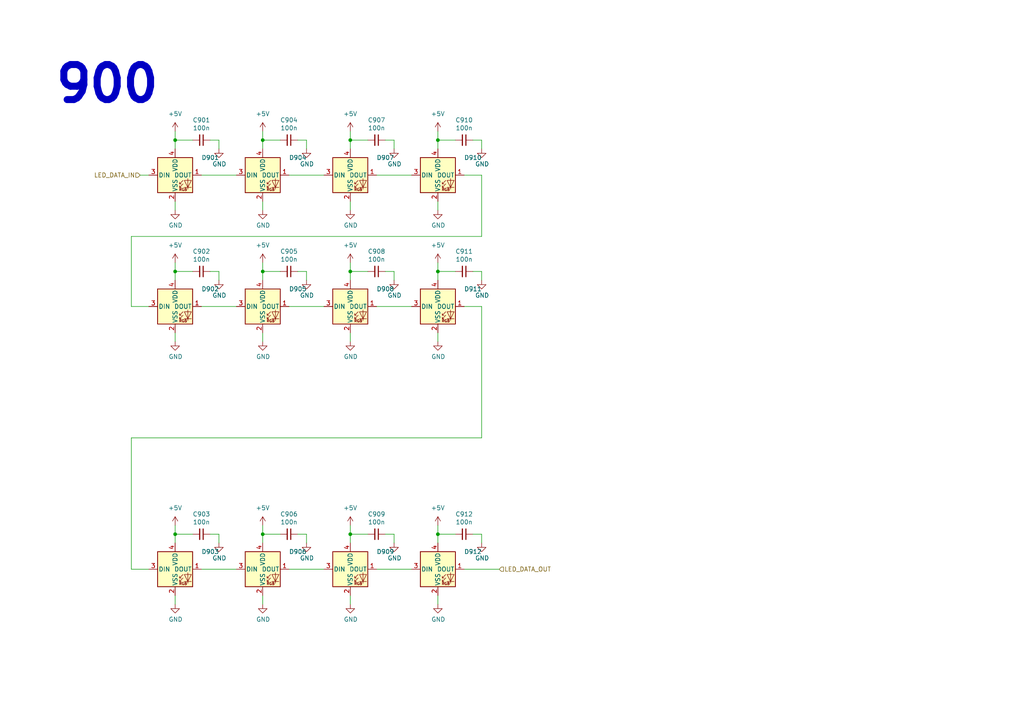
<source format=kicad_sch>
(kicad_sch (version 20231120) (generator "eeschema") (generator_version "8.0")
  (paper "A4")
  (lib_symbols
    (symbol "power:+5V" (power) (pin_names (offset 0))
      (property "Value" "+5V" (at 0 3.556 0))
      (symbol "+5V_0_1"
        (polyline (pts (xy -0.762 1.27) (xy 0 2.54)))
        (polyline (pts (xy 0 0) (xy 0 2.54)))
        (polyline (pts (xy 0 2.54) (xy 0.762 1.27)))
      )
      (symbol "+5V_1_1"
        (pin power_in line (at 0 0 90) (length 0) hide (name "+5V") (number "1"))
      )
    )
    (symbol "power:GND" (power) (pin_names (offset 0))
      (property "Value" "GND" (at 0 -3.81 0))
      (symbol "GND_0_1"
        (polyline (pts (xy 0 0) (xy 0 -1.27) (xy 1.27 -1.27) (xy 0 -2.54) (xy -1.27 -1.27) (xy 0 -1.27)))
      )
      (symbol "GND_1_1"
        (pin power_in line (at 0 0 270) (length 0) hide (name "GND") (number "1"))
      )
    )
    (symbol "suku_basics:CAP" (pin_numbers hide) (pin_names (offset 0.254) hide)
      (property "Reference" "C" (at 0.254 1.778 0))
      (property "Value" "CAP" (at 0.254 -2.032 0))
      (symbol "CAP_0_1"
        (polyline (pts (xy -1.524 -0.508) (xy 1.524 -0.508)) (stroke (width 0.3302)))
        (polyline (pts (xy -1.524 0.508) (xy 1.524 0.508)) (stroke (width 0.3048)))
      )
      (symbol "CAP_1_1"
        (pin passive line (at 0 2.54 270) (length 2.032) (name "~") (number "1"))
        (pin passive line (at 0 -2.54 90) (length 2.032) (name "~") (number "2"))
      )
    )
    (symbol "suku_basics:UI_WS2812C-2020" (pin_names (offset 0.254))
      (property "Reference" "D" (at 5.08 5.715 0))
      (property "Value" "UI_WS2812C-2020" (at 1.27 -5.715 0))
      (symbol "UI_WS2812C-2020_0_0"
        (text "RGB" (at 2.286 -4.191 0) (effects (font (size 0.762 0.762))))
      )
      (symbol "UI_WS2812C-2020_0_1"
        (polyline (pts (xy 1.27 -3.556) (xy 1.778 -3.556)))
        (polyline (pts (xy 1.27 -2.54) (xy 1.778 -2.54)))
        (polyline (pts (xy 4.699 -3.556) (xy 2.667 -3.556)))
        (polyline (pts (xy 2.286 -2.54) (xy 1.27 -3.556) (xy 1.27 -3.048)))
        (polyline (pts (xy 2.286 -1.524) (xy 1.27 -2.54) (xy 1.27 -2.032)))
        (polyline (pts (xy 3.683 -1.016) (xy 3.683 -3.556) (xy 3.683 -4.064)))
        (polyline (pts (xy 4.699 -1.524) (xy 2.667 -1.524) (xy 3.683 -3.556) (xy 4.699 -1.524)))
        (rectangle (start 5.08 5.08) (end -5.08 -5.08) (stroke (width 0.254)) (fill (type background)))
      )
      (symbol "UI_WS2812C-2020_1_1"
        (pin output line (at 7.62 0 180) (length 2.54) (name "DOUT") (number "1"))
        (pin power_in line (at 0 -7.62 90) (length 2.54) (name "VSS") (number "2"))
        (pin input line (at -7.62 0 0) (length 2.54) (name "DIN") (number "3"))
        (pin power_in line (at 0 7.62 270) (length 2.54) (name "VDD") (number "4"))
      )
    )
  )
  (junction (at 127 40.64))
  (junction (at 101.6 154.94))
  (junction (at 76.2 154.94))
  (junction (at 76.2 78.74))
  (junction (at 101.6 78.74))
  (junction (at 50.8 40.64))
  (junction (at 127 154.94))
  (junction (at 127 78.74))
  (junction (at 101.6 40.64))
  (junction (at 50.8 78.74))
  (junction (at 50.8 154.94))
  (junction (at 76.2 40.64))
  (wire (pts (xy 81.28 40.64) (xy 76.2 40.64)))
  (wire (pts (xy 127 81.28) (xy 127 78.74)))
  (wire (pts (xy 114.3 40.64) (xy 111.76 40.64)))
  (wire (pts (xy 114.3 78.74) (xy 111.76 78.74)))
  (wire (pts (xy 63.5 78.74) (xy 60.96 78.74)))
  (wire (pts (xy 63.5 81.28) (xy 63.5 78.74)))
  (wire (pts (xy 50.8 40.64) (xy 50.8 38.1)))
  (wire (pts (xy 76.2 157.48) (xy 76.2 154.94)))
  (wire (pts (xy 114.3 157.48) (xy 114.3 154.94)))
  (wire (pts (xy 76.2 60.96) (xy 76.2 58.42)))
  (wire (pts (xy 88.9 154.94) (xy 86.36 154.94)))
  (wire (pts (xy 50.8 60.96) (xy 50.8 58.42)))
  (wire (pts (xy 38.1 68.58) (xy 38.1 88.9)))
  (wire (pts (xy 81.28 154.94) (xy 76.2 154.94)))
  (wire (pts (xy 76.2 40.64) (xy 76.2 38.1)))
  (wire (pts (xy 38.1 165.1) (xy 43.18 165.1)))
  (wire (pts (xy 63.5 40.64) (xy 60.96 40.64)))
  (wire (pts (xy 114.3 154.94) (xy 111.76 154.94)))
  (wire (pts (xy 127 78.74) (xy 127 76.2)))
  (wire (pts (xy 58.42 165.1) (xy 68.58 165.1)))
  (wire (pts (xy 114.3 43.18) (xy 114.3 40.64)))
  (wire (pts (xy 101.6 175.26) (xy 101.6 172.72)))
  (wire (pts (xy 63.5 43.18) (xy 63.5 40.64)))
  (wire (pts (xy 76.2 76.2) (xy 76.2 78.74)))
  (wire (pts (xy 101.6 43.18) (xy 101.6 40.64)))
  (wire (pts (xy 132.08 154.94) (xy 127 154.94)))
  (wire (pts (xy 50.8 81.28) (xy 50.8 78.74)))
  (wire (pts (xy 83.82 165.1) (xy 93.98 165.1)))
  (wire (pts (xy 63.5 154.94) (xy 60.96 154.94)))
  (wire (pts (xy 50.8 157.48) (xy 50.8 154.94)))
  (wire (pts (xy 127 60.96) (xy 127 58.42)))
  (wire (pts (xy 134.62 165.1) (xy 144.78 165.1)))
  (wire (pts (xy 50.8 175.26) (xy 50.8 172.72)))
  (wire (pts (xy 139.7 88.9) (xy 139.7 127)))
  (wire (pts (xy 88.9 43.18) (xy 88.9 40.64)))
  (wire (pts (xy 132.08 78.74) (xy 127 78.74)))
  (wire (pts (xy 38.1 88.9) (xy 43.18 88.9)))
  (wire (pts (xy 88.9 157.48) (xy 88.9 154.94)))
  (wire (pts (xy 76.2 99.06) (xy 76.2 96.52)))
  (wire (pts (xy 101.6 99.06) (xy 101.6 96.52)))
  (wire (pts (xy 40.64 50.8) (xy 43.18 50.8)))
  (wire (pts (xy 50.8 154.94) (xy 50.8 152.4)))
  (wire (pts (xy 127 43.18) (xy 127 40.64)))
  (wire (pts (xy 127 175.26) (xy 127 172.72)))
  (wire (pts (xy 76.2 154.94) (xy 76.2 152.4)))
  (wire (pts (xy 50.8 43.18) (xy 50.8 40.64)))
  (wire (pts (xy 58.42 88.9) (xy 68.58 88.9)))
  (wire (pts (xy 38.1 127) (xy 38.1 165.1)))
  (wire (pts (xy 81.28 78.74) (xy 76.2 78.74)))
  (wire (pts (xy 127 40.64) (xy 127 38.1)))
  (wire (pts (xy 58.42 50.8) (xy 68.58 50.8)))
  (wire (pts (xy 50.8 78.74) (xy 55.88 78.74)))
  (wire (pts (xy 109.22 50.8) (xy 119.38 50.8)))
  (wire (pts (xy 106.68 78.74) (xy 101.6 78.74)))
  (wire (pts (xy 134.62 88.9) (xy 139.7 88.9)))
  (wire (pts (xy 114.3 81.28) (xy 114.3 78.74)))
  (wire (pts (xy 83.82 88.9) (xy 93.98 88.9)))
  (wire (pts (xy 101.6 81.28) (xy 101.6 78.74)))
  (wire (pts (xy 88.9 81.28) (xy 88.9 78.74)))
  (wire (pts (xy 139.7 43.18) (xy 139.7 40.64)))
  (wire (pts (xy 63.5 157.48) (xy 63.5 154.94)))
  (wire (pts (xy 127 99.06) (xy 127 96.52)))
  (wire (pts (xy 101.6 40.64) (xy 101.6 38.1)))
  (wire (pts (xy 88.9 40.64) (xy 86.36 40.64)))
  (wire (pts (xy 139.7 154.94) (xy 137.16 154.94)))
  (wire (pts (xy 139.7 50.8) (xy 139.7 68.58)))
  (wire (pts (xy 139.7 157.48) (xy 139.7 154.94)))
  (wire (pts (xy 101.6 78.74) (xy 101.6 76.2)))
  (wire (pts (xy 127 154.94) (xy 127 152.4)))
  (wire (pts (xy 139.7 40.64) (xy 137.16 40.64)))
  (wire (pts (xy 134.62 50.8) (xy 139.7 50.8)))
  (wire (pts (xy 106.68 40.64) (xy 101.6 40.64)))
  (wire (pts (xy 101.6 154.94) (xy 101.6 152.4)))
  (wire (pts (xy 101.6 60.96) (xy 101.6 58.42)))
  (wire (pts (xy 132.08 40.64) (xy 127 40.64)))
  (wire (pts (xy 139.7 78.74) (xy 137.16 78.74)))
  (wire (pts (xy 76.2 43.18) (xy 76.2 40.64)))
  (wire (pts (xy 139.7 127) (xy 38.1 127)))
  (wire (pts (xy 76.2 175.26) (xy 76.2 172.72)))
  (wire (pts (xy 76.2 81.28) (xy 76.2 78.74)))
  (wire (pts (xy 109.22 165.1) (xy 119.38 165.1)))
  (wire (pts (xy 50.8 78.74) (xy 50.8 76.2)))
  (wire (pts (xy 106.68 154.94) (xy 101.6 154.94)))
  (wire (pts (xy 109.22 88.9) (xy 119.38 88.9)))
  (wire (pts (xy 139.7 68.58) (xy 38.1 68.58)))
  (wire (pts (xy 50.8 99.06) (xy 50.8 96.52)))
  (wire (pts (xy 83.82 50.8) (xy 93.98 50.8)))
  (wire (pts (xy 101.6 157.48) (xy 101.6 154.94)))
  (wire (pts (xy 139.7 81.28) (xy 139.7 78.74)))
  (wire (pts (xy 88.9 78.74) (xy 86.36 78.74)))
  (wire (pts (xy 50.8 154.94) (xy 55.88 154.94)))
  (wire (pts (xy 127 157.48) (xy 127 154.94)))
  (wire (pts (xy 50.8 40.64) (xy 55.88 40.64)))
  (text "900" (at 15.24 30.48 0) (effects (font (size 10.16 10.16) (thickness 2.032) (bold yes)) (justify left bottom)))
  (hierarchical_label "LED_DATA_OUT" (shape input) (at 144.78 165.1 0))
  (hierarchical_label "LED_DATA_IN" (shape input) (at 40.64 50.8 180))
  (symbol (lib_id "suku_basics:UI_WS2812C-2020") (at 50.8 50.8 0) (unit 1)
    (property "Reference" "D901" (at 58.42 45.72 0) (effects (justify left)))
    (property "Value" "WS2812C-2020" (effects (hide yes)))
    (property "Footprint" "suku_basics:UI_WS2812C-2020" (effects (hide yes)))
  )
  (symbol (lib_id "power:GND") (at 50.8 60.96 0) (unit 1)
    (property "Reference" "#PWR0902" (effects (hide yes)))
    (property "Value" "GND" (at 50.927 65.3542 0))
  )
  (symbol (lib_id "suku_basics:UI_WS2812C-2020") (at 76.2 50.8 0) (unit 1)
    (property "Reference" "D904" (at 83.82 45.72 0) (effects (justify left)))
    (property "Value" "WS2812C-2020" (effects (hide yes)))
    (property "Footprint" "suku_basics:UI_WS2812C-2020" (effects (hide yes)))
  )
  (symbol (lib_id "power:GND") (at 76.2 60.96 0) (unit 1)
    (property "Reference" "#PWR0911" (effects (hide yes)))
    (property "Value" "GND" (at 76.327 65.3542 0))
  )
  (symbol (lib_id "suku_basics:UI_WS2812C-2020") (at 101.6 50.8 0) (unit 1)
    (property "Reference" "D907" (at 109.22 45.72 0) (effects (justify left)))
    (property "Value" "WS2812C-2020" (effects (hide yes)))
    (property "Footprint" "suku_basics:UI_WS2812C-2020" (effects (hide yes)))
  )
  (symbol (lib_id "power:GND") (at 101.6 60.96 0) (unit 1)
    (property "Reference" "#PWR0920" (effects (hide yes)))
    (property "Value" "GND" (at 101.727 65.3542 0))
  )
  (symbol (lib_id "suku_basics:UI_WS2812C-2020") (at 127 50.8 0) (unit 1)
    (property "Reference" "D910" (at 134.62 45.72 0) (effects (justify left)))
    (property "Value" "WS2812C-2020" (effects (hide yes)))
    (property "Footprint" "suku_basics:UI_WS2812C-2020" (effects (hide yes)))
  )
  (symbol (lib_id "power:GND") (at 127 60.96 0) (unit 1)
    (property "Reference" "#PWR0929" (effects (hide yes)))
    (property "Value" "GND" (at 127.127 65.3542 0))
  )
  (symbol (lib_id "suku_basics:CAP") (at 58.42 40.64 270) (unit 1)
    (property "Reference" "C901" (at 58.42 34.8234 90))
    (property "Value" "100n" (at 58.42 37.1348 90))
    (property "Footprint" "suku_basics:CAP_0402" (effects (hide yes)))
  )
  (symbol (lib_id "power:GND") (at 63.5 43.18 0) (unit 1)
    (property "Reference" "#PWR0907" (effects (hide yes)))
    (property "Value" "GND" (at 63.627 47.5742 0))
  )
  (symbol (lib_id "suku_basics:CAP") (at 83.82 40.64 270) (unit 1)
    (property "Reference" "C904" (at 83.82 34.8234 90))
    (property "Value" "100n" (at 83.82 37.1348 90))
    (property "Footprint" "suku_basics:CAP_0402" (effects (hide yes)))
  )
  (symbol (lib_id "power:GND") (at 88.9 43.18 0) (unit 1)
    (property "Reference" "#PWR0916" (effects (hide yes)))
    (property "Value" "GND" (at 89.027 47.5742 0))
  )
  (symbol (lib_id "suku_basics:CAP") (at 109.22 40.64 270) (unit 1)
    (property "Reference" "C907" (at 109.22 34.8234 90))
    (property "Value" "100n" (at 109.22 37.1348 90))
    (property "Footprint" "suku_basics:CAP_0402" (effects (hide yes)))
  )
  (symbol (lib_id "power:GND") (at 114.3 43.18 0) (unit 1)
    (property "Reference" "#PWR0925" (effects (hide yes)))
    (property "Value" "GND" (at 114.427 47.5742 0))
  )
  (symbol (lib_id "suku_basics:CAP") (at 134.62 40.64 270) (unit 1)
    (property "Reference" "C910" (at 134.62 34.8234 90))
    (property "Value" "100n" (at 134.62 37.1348 90))
    (property "Footprint" "suku_basics:CAP_0402" (effects (hide yes)))
  )
  (symbol (lib_id "power:GND") (at 139.7 43.18 0) (unit 1)
    (property "Reference" "#PWR0934" (effects (hide yes)))
    (property "Value" "GND" (at 139.827 47.5742 0))
  )
  (symbol (lib_id "suku_basics:UI_WS2812C-2020") (at 50.8 88.9 0) (unit 1)
    (property "Reference" "D902" (at 58.42 83.82 0) (effects (justify left)))
    (property "Value" "WS2812C-2020" (effects (hide yes)))
    (property "Footprint" "suku_basics:UI_WS2812C-2020" (effects (hide yes)))
  )
  (symbol (lib_id "power:GND") (at 50.8 99.06 0) (unit 1)
    (property "Reference" "#PWR0904" (effects (hide yes)))
    (property "Value" "GND" (at 50.927 103.4542 0))
  )
  (symbol (lib_id "suku_basics:UI_WS2812C-2020") (at 76.2 88.9 0) (unit 1)
    (property "Reference" "D905" (at 83.82 83.82 0) (effects (justify left)))
    (property "Value" "WS2812C-2020" (effects (hide yes)))
    (property "Footprint" "suku_basics:UI_WS2812C-2020" (effects (hide yes)))
  )
  (symbol (lib_id "power:GND") (at 76.2 99.06 0) (unit 1)
    (property "Reference" "#PWR0913" (effects (hide yes)))
    (property "Value" "GND" (at 76.327 103.4542 0))
  )
  (symbol (lib_id "suku_basics:UI_WS2812C-2020") (at 101.6 88.9 0) (unit 1)
    (property "Reference" "D908" (at 109.22 83.82 0) (effects (justify left)))
    (property "Value" "WS2812C-2020" (effects (hide yes)))
    (property "Footprint" "suku_basics:UI_WS2812C-2020" (effects (hide yes)))
  )
  (symbol (lib_id "power:GND") (at 101.6 99.06 0) (unit 1)
    (property "Reference" "#PWR0922" (effects (hide yes)))
    (property "Value" "GND" (at 101.727 103.4542 0))
  )
  (symbol (lib_id "suku_basics:UI_WS2812C-2020") (at 127 88.9 0) (unit 1)
    (property "Reference" "D911" (at 134.62 83.82 0) (effects (justify left)))
    (property "Value" "WS2812C-2020" (effects (hide yes)))
    (property "Footprint" "suku_basics:UI_WS2812C-2020" (effects (hide yes)))
  )
  (symbol (lib_id "power:GND") (at 127 99.06 0) (unit 1)
    (property "Reference" "#PWR0931" (effects (hide yes)))
    (property "Value" "GND" (at 127.127 103.4542 0))
  )
  (symbol (lib_id "suku_basics:CAP") (at 58.42 78.74 270) (unit 1)
    (property "Reference" "C902" (at 58.42 72.9234 90))
    (property "Value" "100n" (at 58.42 75.2348 90))
    (property "Footprint" "suku_basics:CAP_0402" (effects (hide yes)))
  )
  (symbol (lib_id "power:GND") (at 63.5 81.28 0) (unit 1)
    (property "Reference" "#PWR0908" (effects (hide yes)))
    (property "Value" "GND" (at 63.627 85.6742 0))
  )
  (symbol (lib_id "suku_basics:CAP") (at 83.82 78.74 270) (unit 1)
    (property "Reference" "C905" (at 83.82 72.9234 90))
    (property "Value" "100n" (at 83.82 75.2348 90))
    (property "Footprint" "suku_basics:CAP_0402" (effects (hide yes)))
  )
  (symbol (lib_id "power:GND") (at 88.9 81.28 0) (unit 1)
    (property "Reference" "#PWR0917" (effects (hide yes)))
    (property "Value" "GND" (at 89.027 85.6742 0))
  )
  (symbol (lib_id "suku_basics:CAP") (at 109.22 78.74 270) (unit 1)
    (property "Reference" "C908" (at 109.22 72.9234 90))
    (property "Value" "100n" (at 109.22 75.2348 90))
    (property "Footprint" "suku_basics:CAP_0402" (effects (hide yes)))
  )
  (symbol (lib_id "power:GND") (at 114.3 81.28 0) (unit 1)
    (property "Reference" "#PWR0926" (effects (hide yes)))
    (property "Value" "GND" (at 114.427 85.6742 0))
  )
  (symbol (lib_id "suku_basics:CAP") (at 134.62 78.74 270) (unit 1)
    (property "Reference" "C911" (at 134.62 72.9234 90))
    (property "Value" "100n" (at 134.62 75.2348 90))
    (property "Footprint" "suku_basics:CAP_0402" (effects (hide yes)))
  )
  (symbol (lib_id "power:GND") (at 139.7 81.28 0) (unit 1)
    (property "Reference" "#PWR0935" (effects (hide yes)))
    (property "Value" "GND" (at 139.827 85.6742 0))
  )
  (symbol (lib_id "suku_basics:UI_WS2812C-2020") (at 50.8 165.1 0) (unit 1)
    (property "Reference" "D903" (at 58.42 160.02 0) (effects (justify left)))
    (property "Value" "WS2812C-2020" (effects (hide yes)))
    (property "Footprint" "suku_basics:UI_WS2812C-2020" (effects (hide yes)))
  )
  (symbol (lib_id "power:GND") (at 50.8 175.26 0) (unit 1)
    (property "Reference" "#PWR0906" (effects (hide yes)))
    (property "Value" "GND" (at 50.927 179.6542 0))
  )
  (symbol (lib_id "suku_basics:UI_WS2812C-2020") (at 76.2 165.1 0) (unit 1)
    (property "Reference" "D906" (at 83.82 160.02 0) (effects (justify left)))
    (property "Value" "WS2812C-2020" (effects (hide yes)))
    (property "Footprint" "suku_basics:UI_WS2812C-2020" (effects (hide yes)))
  )
  (symbol (lib_id "power:GND") (at 76.2 175.26 0) (unit 1)
    (property "Reference" "#PWR0915" (effects (hide yes)))
    (property "Value" "GND" (at 76.327 179.6542 0))
  )
  (symbol (lib_id "suku_basics:UI_WS2812C-2020") (at 101.6 165.1 0) (unit 1)
    (property "Reference" "D909" (at 109.22 160.02 0) (effects (justify left)))
    (property "Value" "WS2812C-2020" (effects (hide yes)))
    (property "Footprint" "suku_basics:UI_WS2812C-2020" (effects (hide yes)))
  )
  (symbol (lib_id "power:GND") (at 101.6 175.26 0) (unit 1)
    (property "Reference" "#PWR0924" (effects (hide yes)))
    (property "Value" "GND" (at 101.727 179.6542 0))
  )
  (symbol (lib_id "suku_basics:UI_WS2812C-2020") (at 127 165.1 0) (unit 1)
    (property "Reference" "D912" (at 134.62 160.02 0) (effects (justify left)))
    (property "Value" "WS2812C-2020" (effects (hide yes)))
    (property "Footprint" "suku_basics:UI_WS2812C-2020" (effects (hide yes)))
  )
  (symbol (lib_id "power:GND") (at 127 175.26 0) (unit 1)
    (property "Reference" "#PWR0933" (effects (hide yes)))
    (property "Value" "GND" (at 127.127 179.6542 0))
  )
  (symbol (lib_id "suku_basics:CAP") (at 58.42 154.94 270) (unit 1)
    (property "Reference" "C903" (at 58.42 149.1234 90))
    (property "Value" "100n" (at 58.42 151.4348 90))
    (property "Footprint" "suku_basics:CAP_0402" (effects (hide yes)))
  )
  (symbol (lib_id "power:GND") (at 63.5 157.48 0) (unit 1)
    (property "Reference" "#PWR0909" (effects (hide yes)))
    (property "Value" "GND" (at 63.627 161.8742 0))
  )
  (symbol (lib_id "suku_basics:CAP") (at 83.82 154.94 270) (unit 1)
    (property "Reference" "C906" (at 83.82 149.1234 90))
    (property "Value" "100n" (at 83.82 151.4348 90))
    (property "Footprint" "suku_basics:CAP_0402" (effects (hide yes)))
  )
  (symbol (lib_id "power:GND") (at 88.9 157.48 0) (unit 1)
    (property "Reference" "#PWR0918" (effects (hide yes)))
    (property "Value" "GND" (at 89.027 161.8742 0))
  )
  (symbol (lib_id "suku_basics:CAP") (at 109.22 154.94 270) (unit 1)
    (property "Reference" "C909" (at 109.22 149.1234 90))
    (property "Value" "100n" (at 109.22 151.4348 90))
    (property "Footprint" "suku_basics:CAP_0402" (effects (hide yes)))
  )
  (symbol (lib_id "power:GND") (at 114.3 157.48 0) (unit 1)
    (property "Reference" "#PWR0927" (effects (hide yes)))
    (property "Value" "GND" (at 114.427 161.8742 0))
  )
  (symbol (lib_id "suku_basics:CAP") (at 134.62 154.94 270) (unit 1)
    (property "Reference" "C912" (at 134.62 149.1234 90))
    (property "Value" "100n" (at 134.62 151.4348 90))
    (property "Footprint" "suku_basics:CAP_0402" (effects (hide yes)))
  )
  (symbol (lib_id "power:GND") (at 139.7 157.48 0) (unit 1)
    (property "Reference" "#PWR0936" (effects (hide yes)))
    (property "Value" "GND" (at 139.827 161.8742 0))
  )
  (symbol (lib_id "power:+5V") (at 127 152.4 0) (unit 1)
    (property "Reference" "#PWR0932" (effects (hide yes)))
    (property "Value" "+5V" (at 127 147.32 0))
  )
  (symbol (lib_id "power:+5V") (at 101.6 152.4 0) (unit 1)
    (property "Reference" "#PWR0923" (effects (hide yes)))
    (property "Value" "+5V" (at 101.6 147.32 0))
  )
  (symbol (lib_id "power:+5V") (at 76.2 38.1 0) (unit 1)
    (property "Reference" "#PWR0910" (effects (hide yes)))
    (property "Value" "+5V" (at 76.2 33.02 0))
  )
  (symbol (lib_id "power:+5V") (at 127 38.1 0) (unit 1)
    (property "Reference" "#PWR0928" (effects (hide yes)))
    (property "Value" "+5V" (at 127 33.02 0))
  )
  (symbol (lib_id "power:+5V") (at 50.8 152.4 0) (unit 1)
    (property "Reference" "#PWR0905" (effects (hide yes)))
    (property "Value" "+5V" (at 50.8 147.32 0))
  )
  (symbol (lib_id "power:+5V") (at 127 76.2 0) (unit 1)
    (property "Reference" "#PWR0930" (effects (hide yes)))
    (property "Value" "+5V" (at 127 71.12 0))
  )
  (symbol (lib_id "power:+5V") (at 101.6 76.2 0) (unit 1)
    (property "Reference" "#PWR0921" (effects (hide yes)))
    (property "Value" "+5V" (at 101.6 71.12 0))
  )
  (symbol (lib_id "power:+5V") (at 50.8 76.2 0) (unit 1)
    (property "Reference" "#PWR0903" (effects (hide yes)))
    (property "Value" "+5V" (at 50.8 71.12 0))
  )
  (symbol (lib_id "power:+5V") (at 50.8 38.1 0) (unit 1)
    (property "Reference" "#PWR0901" (effects (hide yes)))
    (property "Value" "+5V" (at 50.8 33.02 0))
  )
  (symbol (lib_id "power:+5V") (at 76.2 152.4 0) (unit 1)
    (property "Reference" "#PWR0914" (effects (hide yes)))
    (property "Value" "+5V" (at 76.2 147.32 0))
  )
  (symbol (lib_id "power:+5V") (at 76.2 76.2 0) (unit 1)
    (property "Reference" "#PWR0912" (effects (hide yes)))
    (property "Value" "+5V" (at 76.2 71.12 0))
  )
  (symbol (lib_id "power:+5V") (at 101.6 38.1 0) (unit 1)
    (property "Reference" "#PWR0919" (effects (hide yes)))
    (property "Value" "+5V" (at 101.6 33.02 0))
  )
)
</source>
